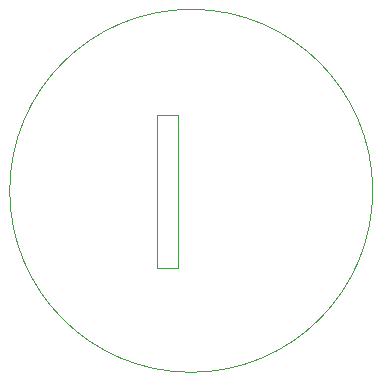
<source format=gbr>
%TF.GenerationSoftware,KiCad,Pcbnew,8.0.0*%
%TF.CreationDate,2024-09-10T23:52:59-07:00*%
%TF.ProjectId,aftbulkhead,61667462-756c-46b6-9865-61642e6b6963,rev?*%
%TF.SameCoordinates,Original*%
%TF.FileFunction,Profile,NP*%
%FSLAX46Y46*%
G04 Gerber Fmt 4.6, Leading zero omitted, Abs format (unit mm)*
G04 Created by KiCad (PCBNEW 8.0.0) date 2024-09-10 23:52:59*
%MOMM*%
%LPD*%
G01*
G04 APERTURE LIST*
%TA.AperFunction,Profile*%
%ADD10C,0.100000*%
%TD*%
G04 APERTURE END LIST*
D10*
X160784134Y-78699716D02*
X162562134Y-78699716D01*
X160784134Y-91653716D02*
X160784134Y-78699716D01*
X162562134Y-91653716D02*
X160784134Y-91653716D01*
X162562134Y-78699716D02*
X162562134Y-91653716D01*
X179019200Y-85090000D02*
G75*
G02*
X148285200Y-85090000I-15367000J0D01*
G01*
X148285200Y-85090000D02*
G75*
G02*
X179019200Y-85090000I15367000J0D01*
G01*
M02*

</source>
